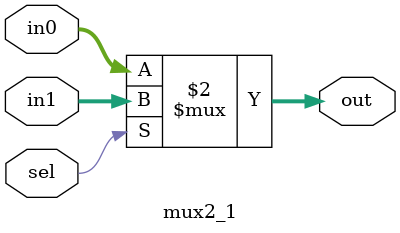
<source format=v>
`timescale 1ns / 1ps


module mux2_1(in0,in1,sel,out);
input [31:0]in0,in1;
output [31:0] out;
input sel;
assign out = (~sel)? in0:in1;
endmodule

</source>
